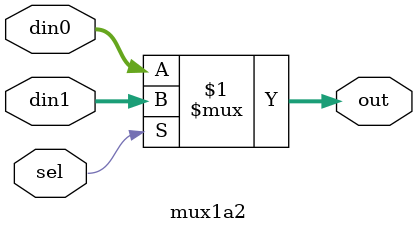
<source format=v>
module mux1a2(din0, din1, sel, out);

input sel;
input [1:0] din0, din1;
output [1:0] out;

wire [1:0] out;

assign out = (sel) ? din1 : din0;

endmodule

</source>
